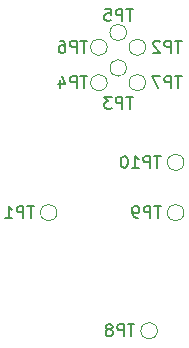
<source format=gbr>
%TF.GenerationSoftware,KiCad,Pcbnew,8.0.6*%
%TF.CreationDate,2025-04-24T20:36:05+02:00*%
%TF.ProjectId,Picroscope,50696372-6f73-4636-9f70-652e6b696361,rev?*%
%TF.SameCoordinates,Original*%
%TF.FileFunction,Legend,Bot*%
%TF.FilePolarity,Positive*%
%FSLAX46Y46*%
G04 Gerber Fmt 4.6, Leading zero omitted, Abs format (unit mm)*
G04 Created by KiCad (PCBNEW 8.0.6) date 2025-04-24 20:36:05*
%MOMM*%
%LPD*%
G01*
G04 APERTURE LIST*
%ADD10C,0.150000*%
%ADD11C,0.120000*%
G04 APERTURE END LIST*
D10*
X150511904Y-107454819D02*
X149940476Y-107454819D01*
X150226190Y-108454819D02*
X150226190Y-107454819D01*
X149607142Y-108454819D02*
X149607142Y-107454819D01*
X149607142Y-107454819D02*
X149226190Y-107454819D01*
X149226190Y-107454819D02*
X149130952Y-107502438D01*
X149130952Y-107502438D02*
X149083333Y-107550057D01*
X149083333Y-107550057D02*
X149035714Y-107645295D01*
X149035714Y-107645295D02*
X149035714Y-107788152D01*
X149035714Y-107788152D02*
X149083333Y-107883390D01*
X149083333Y-107883390D02*
X149130952Y-107931009D01*
X149130952Y-107931009D02*
X149226190Y-107978628D01*
X149226190Y-107978628D02*
X149607142Y-107978628D01*
X148464285Y-107883390D02*
X148559523Y-107835771D01*
X148559523Y-107835771D02*
X148607142Y-107788152D01*
X148607142Y-107788152D02*
X148654761Y-107692914D01*
X148654761Y-107692914D02*
X148654761Y-107645295D01*
X148654761Y-107645295D02*
X148607142Y-107550057D01*
X148607142Y-107550057D02*
X148559523Y-107502438D01*
X148559523Y-107502438D02*
X148464285Y-107454819D01*
X148464285Y-107454819D02*
X148273809Y-107454819D01*
X148273809Y-107454819D02*
X148178571Y-107502438D01*
X148178571Y-107502438D02*
X148130952Y-107550057D01*
X148130952Y-107550057D02*
X148083333Y-107645295D01*
X148083333Y-107645295D02*
X148083333Y-107692914D01*
X148083333Y-107692914D02*
X148130952Y-107788152D01*
X148130952Y-107788152D02*
X148178571Y-107835771D01*
X148178571Y-107835771D02*
X148273809Y-107883390D01*
X148273809Y-107883390D02*
X148464285Y-107883390D01*
X148464285Y-107883390D02*
X148559523Y-107931009D01*
X148559523Y-107931009D02*
X148607142Y-107978628D01*
X148607142Y-107978628D02*
X148654761Y-108073866D01*
X148654761Y-108073866D02*
X148654761Y-108264342D01*
X148654761Y-108264342D02*
X148607142Y-108359580D01*
X148607142Y-108359580D02*
X148559523Y-108407200D01*
X148559523Y-108407200D02*
X148464285Y-108454819D01*
X148464285Y-108454819D02*
X148273809Y-108454819D01*
X148273809Y-108454819D02*
X148178571Y-108407200D01*
X148178571Y-108407200D02*
X148130952Y-108359580D01*
X148130952Y-108359580D02*
X148083333Y-108264342D01*
X148083333Y-108264342D02*
X148083333Y-108073866D01*
X148083333Y-108073866D02*
X148130952Y-107978628D01*
X148130952Y-107978628D02*
X148178571Y-107931009D01*
X148178571Y-107931009D02*
X148273809Y-107883390D01*
X154511904Y-83454819D02*
X153940476Y-83454819D01*
X154226190Y-84454819D02*
X154226190Y-83454819D01*
X153607142Y-84454819D02*
X153607142Y-83454819D01*
X153607142Y-83454819D02*
X153226190Y-83454819D01*
X153226190Y-83454819D02*
X153130952Y-83502438D01*
X153130952Y-83502438D02*
X153083333Y-83550057D01*
X153083333Y-83550057D02*
X153035714Y-83645295D01*
X153035714Y-83645295D02*
X153035714Y-83788152D01*
X153035714Y-83788152D02*
X153083333Y-83883390D01*
X153083333Y-83883390D02*
X153130952Y-83931009D01*
X153130952Y-83931009D02*
X153226190Y-83978628D01*
X153226190Y-83978628D02*
X153607142Y-83978628D01*
X152654761Y-83550057D02*
X152607142Y-83502438D01*
X152607142Y-83502438D02*
X152511904Y-83454819D01*
X152511904Y-83454819D02*
X152273809Y-83454819D01*
X152273809Y-83454819D02*
X152178571Y-83502438D01*
X152178571Y-83502438D02*
X152130952Y-83550057D01*
X152130952Y-83550057D02*
X152083333Y-83645295D01*
X152083333Y-83645295D02*
X152083333Y-83740533D01*
X152083333Y-83740533D02*
X152130952Y-83883390D01*
X152130952Y-83883390D02*
X152702380Y-84454819D01*
X152702380Y-84454819D02*
X152083333Y-84454819D01*
X150396904Y-88204819D02*
X149825476Y-88204819D01*
X150111190Y-89204819D02*
X150111190Y-88204819D01*
X149492142Y-89204819D02*
X149492142Y-88204819D01*
X149492142Y-88204819D02*
X149111190Y-88204819D01*
X149111190Y-88204819D02*
X149015952Y-88252438D01*
X149015952Y-88252438D02*
X148968333Y-88300057D01*
X148968333Y-88300057D02*
X148920714Y-88395295D01*
X148920714Y-88395295D02*
X148920714Y-88538152D01*
X148920714Y-88538152D02*
X148968333Y-88633390D01*
X148968333Y-88633390D02*
X149015952Y-88681009D01*
X149015952Y-88681009D02*
X149111190Y-88728628D01*
X149111190Y-88728628D02*
X149492142Y-88728628D01*
X148587380Y-88204819D02*
X147968333Y-88204819D01*
X147968333Y-88204819D02*
X148301666Y-88585771D01*
X148301666Y-88585771D02*
X148158809Y-88585771D01*
X148158809Y-88585771D02*
X148063571Y-88633390D01*
X148063571Y-88633390D02*
X148015952Y-88681009D01*
X148015952Y-88681009D02*
X147968333Y-88776247D01*
X147968333Y-88776247D02*
X147968333Y-89014342D01*
X147968333Y-89014342D02*
X148015952Y-89109580D01*
X148015952Y-89109580D02*
X148063571Y-89157200D01*
X148063571Y-89157200D02*
X148158809Y-89204819D01*
X148158809Y-89204819D02*
X148444523Y-89204819D01*
X148444523Y-89204819D02*
X148539761Y-89157200D01*
X148539761Y-89157200D02*
X148587380Y-89109580D01*
X146511904Y-86454819D02*
X145940476Y-86454819D01*
X146226190Y-87454819D02*
X146226190Y-86454819D01*
X145607142Y-87454819D02*
X145607142Y-86454819D01*
X145607142Y-86454819D02*
X145226190Y-86454819D01*
X145226190Y-86454819D02*
X145130952Y-86502438D01*
X145130952Y-86502438D02*
X145083333Y-86550057D01*
X145083333Y-86550057D02*
X145035714Y-86645295D01*
X145035714Y-86645295D02*
X145035714Y-86788152D01*
X145035714Y-86788152D02*
X145083333Y-86883390D01*
X145083333Y-86883390D02*
X145130952Y-86931009D01*
X145130952Y-86931009D02*
X145226190Y-86978628D01*
X145226190Y-86978628D02*
X145607142Y-86978628D01*
X144178571Y-86788152D02*
X144178571Y-87454819D01*
X144416666Y-86407200D02*
X144654761Y-87121485D01*
X144654761Y-87121485D02*
X144035714Y-87121485D01*
X146511904Y-83454819D02*
X145940476Y-83454819D01*
X146226190Y-84454819D02*
X146226190Y-83454819D01*
X145607142Y-84454819D02*
X145607142Y-83454819D01*
X145607142Y-83454819D02*
X145226190Y-83454819D01*
X145226190Y-83454819D02*
X145130952Y-83502438D01*
X145130952Y-83502438D02*
X145083333Y-83550057D01*
X145083333Y-83550057D02*
X145035714Y-83645295D01*
X145035714Y-83645295D02*
X145035714Y-83788152D01*
X145035714Y-83788152D02*
X145083333Y-83883390D01*
X145083333Y-83883390D02*
X145130952Y-83931009D01*
X145130952Y-83931009D02*
X145226190Y-83978628D01*
X145226190Y-83978628D02*
X145607142Y-83978628D01*
X144178571Y-83454819D02*
X144369047Y-83454819D01*
X144369047Y-83454819D02*
X144464285Y-83502438D01*
X144464285Y-83502438D02*
X144511904Y-83550057D01*
X144511904Y-83550057D02*
X144607142Y-83692914D01*
X144607142Y-83692914D02*
X144654761Y-83883390D01*
X144654761Y-83883390D02*
X144654761Y-84264342D01*
X144654761Y-84264342D02*
X144607142Y-84359580D01*
X144607142Y-84359580D02*
X144559523Y-84407200D01*
X144559523Y-84407200D02*
X144464285Y-84454819D01*
X144464285Y-84454819D02*
X144273809Y-84454819D01*
X144273809Y-84454819D02*
X144178571Y-84407200D01*
X144178571Y-84407200D02*
X144130952Y-84359580D01*
X144130952Y-84359580D02*
X144083333Y-84264342D01*
X144083333Y-84264342D02*
X144083333Y-84026247D01*
X144083333Y-84026247D02*
X144130952Y-83931009D01*
X144130952Y-83931009D02*
X144178571Y-83883390D01*
X144178571Y-83883390D02*
X144273809Y-83835771D01*
X144273809Y-83835771D02*
X144464285Y-83835771D01*
X144464285Y-83835771D02*
X144559523Y-83883390D01*
X144559523Y-83883390D02*
X144607142Y-83931009D01*
X144607142Y-83931009D02*
X144654761Y-84026247D01*
X154511904Y-86454819D02*
X153940476Y-86454819D01*
X154226190Y-87454819D02*
X154226190Y-86454819D01*
X153607142Y-87454819D02*
X153607142Y-86454819D01*
X153607142Y-86454819D02*
X153226190Y-86454819D01*
X153226190Y-86454819D02*
X153130952Y-86502438D01*
X153130952Y-86502438D02*
X153083333Y-86550057D01*
X153083333Y-86550057D02*
X153035714Y-86645295D01*
X153035714Y-86645295D02*
X153035714Y-86788152D01*
X153035714Y-86788152D02*
X153083333Y-86883390D01*
X153083333Y-86883390D02*
X153130952Y-86931009D01*
X153130952Y-86931009D02*
X153226190Y-86978628D01*
X153226190Y-86978628D02*
X153607142Y-86978628D01*
X152702380Y-86454819D02*
X152035714Y-86454819D01*
X152035714Y-86454819D02*
X152464285Y-87454819D01*
X152738094Y-93204819D02*
X152166666Y-93204819D01*
X152452380Y-94204819D02*
X152452380Y-93204819D01*
X151833332Y-94204819D02*
X151833332Y-93204819D01*
X151833332Y-93204819D02*
X151452380Y-93204819D01*
X151452380Y-93204819D02*
X151357142Y-93252438D01*
X151357142Y-93252438D02*
X151309523Y-93300057D01*
X151309523Y-93300057D02*
X151261904Y-93395295D01*
X151261904Y-93395295D02*
X151261904Y-93538152D01*
X151261904Y-93538152D02*
X151309523Y-93633390D01*
X151309523Y-93633390D02*
X151357142Y-93681009D01*
X151357142Y-93681009D02*
X151452380Y-93728628D01*
X151452380Y-93728628D02*
X151833332Y-93728628D01*
X150309523Y-94204819D02*
X150880951Y-94204819D01*
X150595237Y-94204819D02*
X150595237Y-93204819D01*
X150595237Y-93204819D02*
X150690475Y-93347676D01*
X150690475Y-93347676D02*
X150785713Y-93442914D01*
X150785713Y-93442914D02*
X150880951Y-93490533D01*
X149690475Y-93204819D02*
X149595237Y-93204819D01*
X149595237Y-93204819D02*
X149499999Y-93252438D01*
X149499999Y-93252438D02*
X149452380Y-93300057D01*
X149452380Y-93300057D02*
X149404761Y-93395295D01*
X149404761Y-93395295D02*
X149357142Y-93585771D01*
X149357142Y-93585771D02*
X149357142Y-93823866D01*
X149357142Y-93823866D02*
X149404761Y-94014342D01*
X149404761Y-94014342D02*
X149452380Y-94109580D01*
X149452380Y-94109580D02*
X149499999Y-94157200D01*
X149499999Y-94157200D02*
X149595237Y-94204819D01*
X149595237Y-94204819D02*
X149690475Y-94204819D01*
X149690475Y-94204819D02*
X149785713Y-94157200D01*
X149785713Y-94157200D02*
X149833332Y-94109580D01*
X149833332Y-94109580D02*
X149880951Y-94014342D01*
X149880951Y-94014342D02*
X149928570Y-93823866D01*
X149928570Y-93823866D02*
X149928570Y-93585771D01*
X149928570Y-93585771D02*
X149880951Y-93395295D01*
X149880951Y-93395295D02*
X149833332Y-93300057D01*
X149833332Y-93300057D02*
X149785713Y-93252438D01*
X149785713Y-93252438D02*
X149690475Y-93204819D01*
X142011904Y-97454819D02*
X141440476Y-97454819D01*
X141726190Y-98454819D02*
X141726190Y-97454819D01*
X141107142Y-98454819D02*
X141107142Y-97454819D01*
X141107142Y-97454819D02*
X140726190Y-97454819D01*
X140726190Y-97454819D02*
X140630952Y-97502438D01*
X140630952Y-97502438D02*
X140583333Y-97550057D01*
X140583333Y-97550057D02*
X140535714Y-97645295D01*
X140535714Y-97645295D02*
X140535714Y-97788152D01*
X140535714Y-97788152D02*
X140583333Y-97883390D01*
X140583333Y-97883390D02*
X140630952Y-97931009D01*
X140630952Y-97931009D02*
X140726190Y-97978628D01*
X140726190Y-97978628D02*
X141107142Y-97978628D01*
X139583333Y-98454819D02*
X140154761Y-98454819D01*
X139869047Y-98454819D02*
X139869047Y-97454819D01*
X139869047Y-97454819D02*
X139964285Y-97597676D01*
X139964285Y-97597676D02*
X140059523Y-97692914D01*
X140059523Y-97692914D02*
X140154761Y-97740533D01*
X152761904Y-97454819D02*
X152190476Y-97454819D01*
X152476190Y-98454819D02*
X152476190Y-97454819D01*
X151857142Y-98454819D02*
X151857142Y-97454819D01*
X151857142Y-97454819D02*
X151476190Y-97454819D01*
X151476190Y-97454819D02*
X151380952Y-97502438D01*
X151380952Y-97502438D02*
X151333333Y-97550057D01*
X151333333Y-97550057D02*
X151285714Y-97645295D01*
X151285714Y-97645295D02*
X151285714Y-97788152D01*
X151285714Y-97788152D02*
X151333333Y-97883390D01*
X151333333Y-97883390D02*
X151380952Y-97931009D01*
X151380952Y-97931009D02*
X151476190Y-97978628D01*
X151476190Y-97978628D02*
X151857142Y-97978628D01*
X150809523Y-98454819D02*
X150619047Y-98454819D01*
X150619047Y-98454819D02*
X150523809Y-98407200D01*
X150523809Y-98407200D02*
X150476190Y-98359580D01*
X150476190Y-98359580D02*
X150380952Y-98216723D01*
X150380952Y-98216723D02*
X150333333Y-98026247D01*
X150333333Y-98026247D02*
X150333333Y-97645295D01*
X150333333Y-97645295D02*
X150380952Y-97550057D01*
X150380952Y-97550057D02*
X150428571Y-97502438D01*
X150428571Y-97502438D02*
X150523809Y-97454819D01*
X150523809Y-97454819D02*
X150714285Y-97454819D01*
X150714285Y-97454819D02*
X150809523Y-97502438D01*
X150809523Y-97502438D02*
X150857142Y-97550057D01*
X150857142Y-97550057D02*
X150904761Y-97645295D01*
X150904761Y-97645295D02*
X150904761Y-97883390D01*
X150904761Y-97883390D02*
X150857142Y-97978628D01*
X150857142Y-97978628D02*
X150809523Y-98026247D01*
X150809523Y-98026247D02*
X150714285Y-98073866D01*
X150714285Y-98073866D02*
X150523809Y-98073866D01*
X150523809Y-98073866D02*
X150428571Y-98026247D01*
X150428571Y-98026247D02*
X150380952Y-97978628D01*
X150380952Y-97978628D02*
X150333333Y-97883390D01*
X150396904Y-80756819D02*
X149825476Y-80756819D01*
X150111190Y-81756819D02*
X150111190Y-80756819D01*
X149492142Y-81756819D02*
X149492142Y-80756819D01*
X149492142Y-80756819D02*
X149111190Y-80756819D01*
X149111190Y-80756819D02*
X149015952Y-80804438D01*
X149015952Y-80804438D02*
X148968333Y-80852057D01*
X148968333Y-80852057D02*
X148920714Y-80947295D01*
X148920714Y-80947295D02*
X148920714Y-81090152D01*
X148920714Y-81090152D02*
X148968333Y-81185390D01*
X148968333Y-81185390D02*
X149015952Y-81233009D01*
X149015952Y-81233009D02*
X149111190Y-81280628D01*
X149111190Y-81280628D02*
X149492142Y-81280628D01*
X148015952Y-80756819D02*
X148492142Y-80756819D01*
X148492142Y-80756819D02*
X148539761Y-81233009D01*
X148539761Y-81233009D02*
X148492142Y-81185390D01*
X148492142Y-81185390D02*
X148396904Y-81137771D01*
X148396904Y-81137771D02*
X148158809Y-81137771D01*
X148158809Y-81137771D02*
X148063571Y-81185390D01*
X148063571Y-81185390D02*
X148015952Y-81233009D01*
X148015952Y-81233009D02*
X147968333Y-81328247D01*
X147968333Y-81328247D02*
X147968333Y-81566342D01*
X147968333Y-81566342D02*
X148015952Y-81661580D01*
X148015952Y-81661580D02*
X148063571Y-81709200D01*
X148063571Y-81709200D02*
X148158809Y-81756819D01*
X148158809Y-81756819D02*
X148396904Y-81756819D01*
X148396904Y-81756819D02*
X148492142Y-81709200D01*
X148492142Y-81709200D02*
X148539761Y-81661580D01*
D11*
%TO.C,TP8*%
X152450000Y-108000000D02*
G75*
G02*
X151050000Y-108000000I-700000J0D01*
G01*
X151050000Y-108000000D02*
G75*
G02*
X152450000Y-108000000I700000J0D01*
G01*
%TO.C,TP2*%
X151450000Y-84000000D02*
G75*
G02*
X150050000Y-84000000I-700000J0D01*
G01*
X150050000Y-84000000D02*
G75*
G02*
X151450000Y-84000000I700000J0D01*
G01*
%TO.C,TP3*%
X149835000Y-85750000D02*
G75*
G02*
X148435000Y-85750000I-700000J0D01*
G01*
X148435000Y-85750000D02*
G75*
G02*
X149835000Y-85750000I700000J0D01*
G01*
%TO.C,TP4*%
X148200000Y-87000000D02*
G75*
G02*
X146800000Y-87000000I-700000J0D01*
G01*
X146800000Y-87000000D02*
G75*
G02*
X148200000Y-87000000I700000J0D01*
G01*
%TO.C,TP6*%
X148200000Y-84000000D02*
G75*
G02*
X146800000Y-84000000I-700000J0D01*
G01*
X146800000Y-84000000D02*
G75*
G02*
X148200000Y-84000000I700000J0D01*
G01*
%TO.C,TP7*%
X151450000Y-87000000D02*
G75*
G02*
X150050000Y-87000000I-700000J0D01*
G01*
X150050000Y-87000000D02*
G75*
G02*
X151450000Y-87000000I700000J0D01*
G01*
%TO.C,TP10*%
X154700000Y-93750000D02*
G75*
G02*
X153300000Y-93750000I-700000J0D01*
G01*
X153300000Y-93750000D02*
G75*
G02*
X154700000Y-93750000I700000J0D01*
G01*
%TO.C,TP1*%
X143950000Y-98000000D02*
G75*
G02*
X142550000Y-98000000I-700000J0D01*
G01*
X142550000Y-98000000D02*
G75*
G02*
X143950000Y-98000000I700000J0D01*
G01*
%TO.C,TP9*%
X154700000Y-98000000D02*
G75*
G02*
X153300000Y-98000000I-700000J0D01*
G01*
X153300000Y-98000000D02*
G75*
G02*
X154700000Y-98000000I700000J0D01*
G01*
%TO.C,TP5*%
X149835000Y-82750000D02*
G75*
G02*
X148435000Y-82750000I-700000J0D01*
G01*
X148435000Y-82750000D02*
G75*
G02*
X149835000Y-82750000I700000J0D01*
G01*
%TD*%
M02*

</source>
